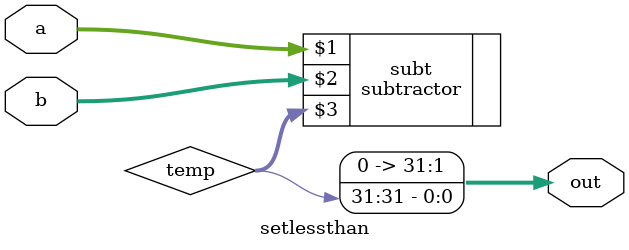
<source format=v>
module setlessthan(
    input [31:0] a,
    input [31:0] b,
    output reg [31:0] out
);

wire [31:0] temp;
initial begin
    out <= 0;
end

subtractor subt(a, b, temp);

always @(temp) begin
    out[0] <= temp[31];
end


endmodule
</source>
